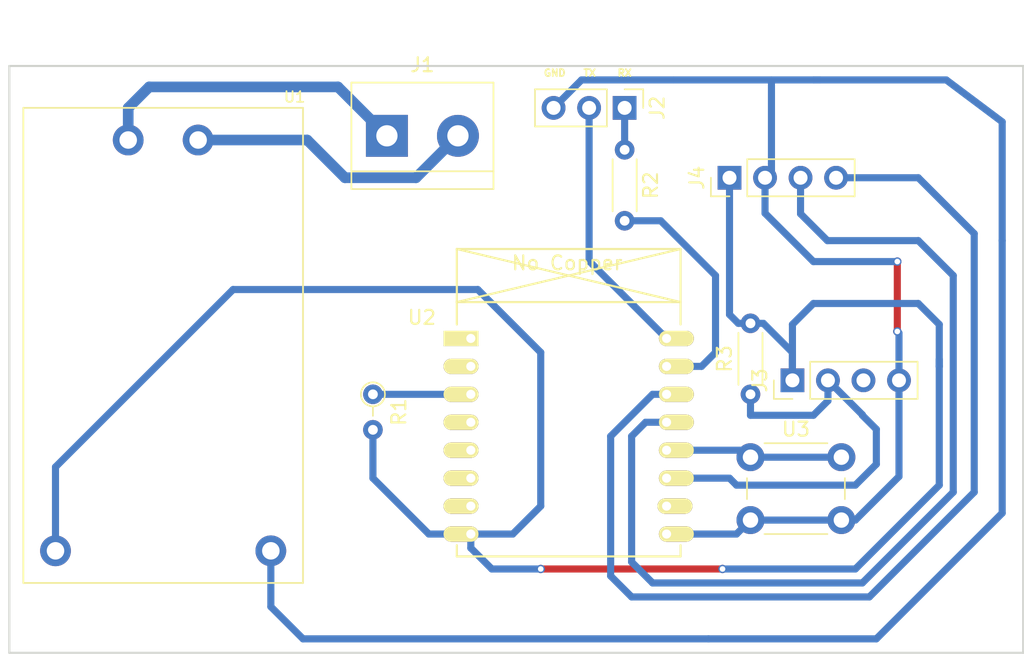
<source format=kicad_pcb>
(kicad_pcb (version 4) (host pcbnew 4.0.7-e2-6376~60~ubuntu17.10.1)

  (general
    (links 22)
    (no_connects 0)
    (area 153.7031 85.204761 227.075001 132.075001)
    (thickness 1.6)
    (drawings 7)
    (tracks 120)
    (zones 0)
    (modules 10)
    (nets 13)
  )

  (page A4)
  (layers
    (0 F.Cu signal)
    (31 B.Cu signal)
    (32 B.Adhes user)
    (33 F.Adhes user)
    (34 B.Paste user)
    (35 F.Paste user)
    (36 B.SilkS user)
    (37 F.SilkS user)
    (38 B.Mask user)
    (39 F.Mask user)
    (40 Dwgs.User user)
    (41 Cmts.User user)
    (42 Eco1.User user)
    (43 Eco2.User user)
    (44 Edge.Cuts user)
    (45 Margin user)
    (46 B.CrtYd user)
    (47 F.CrtYd user)
    (48 B.Fab user)
    (49 F.Fab user)
  )

  (setup
    (last_trace_width 0.508)
    (user_trace_width 0.3048)
    (user_trace_width 0.4064)
    (user_trace_width 0.508)
    (user_trace_width 0.6096)
    (user_trace_width 0.6604)
    (user_trace_width 0.762)
    (trace_clearance 0.2)
    (zone_clearance 0.508)
    (zone_45_only no)
    (trace_min 0.2)
    (segment_width 0.2)
    (edge_width 0.15)
    (via_size 0.6)
    (via_drill 0.4)
    (via_min_size 0.4)
    (via_min_drill 0.3)
    (uvia_size 0.3)
    (uvia_drill 0.1)
    (uvias_allowed no)
    (uvia_min_size 0)
    (uvia_min_drill 0)
    (pcb_text_width 0.3)
    (pcb_text_size 1.5 1.5)
    (mod_edge_width 0.15)
    (mod_text_size 1 1)
    (mod_text_width 0.15)
    (pad_size 1.524 1.524)
    (pad_drill 0.762)
    (pad_to_mask_clearance 0.2)
    (aux_axis_origin 0 0)
    (visible_elements FFFFFF7F)
    (pcbplotparams
      (layerselection 0x20020_80000001)
      (usegerberextensions false)
      (excludeedgelayer true)
      (linewidth 0.100000)
      (plotframeref false)
      (viasonmask false)
      (mode 1)
      (useauxorigin false)
      (hpglpennumber 1)
      (hpglpenspeed 20)
      (hpglpendiameter 15)
      (hpglpenoverlay 2)
      (psnegative false)
      (psa4output false)
      (plotreference true)
      (plotvalue true)
      (plotinvisibletext false)
      (padsonsilk false)
      (subtractmaskfromsilk false)
      (outputformat 5)
      (mirror false)
      (drillshape 1)
      (scaleselection 1)
      (outputdirectory SVGS/))
  )

  (net 0 "")
  (net 1 "Net-(J1-Pad1)")
  (net 2 "Net-(J1-Pad2)")
  (net 3 "Net-(R1-Pad1)")
  (net 4 "Net-(J2-Pad1)")
  (net 5 "Net-(J2-Pad2)")
  (net 6 GND)
  (net 7 "Net-(U2-Pad12)")
  (net 8 "Net-(R2-Pad2)")
  (net 9 "Net-(J3-Pad1)")
  (net 10 "Net-(J3-Pad2)")
  (net 11 SCL)
  (net 12 SDA)

  (net_class Default "This is the default net class."
    (clearance 0.2)
    (trace_width 0.25)
    (via_dia 0.6)
    (via_drill 0.4)
    (uvia_dia 0.3)
    (uvia_drill 0.1)
    (add_net GND)
    (add_net "Net-(J1-Pad1)")
    (add_net "Net-(J1-Pad2)")
    (add_net "Net-(J2-Pad1)")
    (add_net "Net-(J2-Pad2)")
    (add_net "Net-(J3-Pad1)")
    (add_net "Net-(J3-Pad2)")
    (add_net "Net-(R1-Pad1)")
    (add_net "Net-(R2-Pad2)")
    (add_net "Net-(U2-Pad12)")
    (add_net SCL)
    (add_net SDA)
  )

  (module Power_Supply:HLK-PM03 (layer F.Cu) (tedit 58C3763E) (tstamp 5A3E87FF)
    (at 165.5 110 270)
    (path /5A3E8488)
    (fp_text reference U1 (at -17.78 -9.398 360) (layer F.SilkS)
      (effects (font (size 0.762 0.762) (thickness 0.127)))
    )
    (fp_text value HLK-PM03 (at 0 11 270) (layer F.Fab)
      (effects (font (size 0.762 0.762) (thickness 0.127)))
    )
    (fp_line (start 17 10) (end 17 -10) (layer F.SilkS) (width 0.127))
    (fp_line (start -17 -10) (end -17 10) (layer F.SilkS) (width 0.127))
    (fp_line (start -17 10) (end 17 10) (layer F.SilkS) (width 0.127))
    (fp_line (start 17 -10) (end -17 -10) (layer F.SilkS) (width 0.127))
    (pad 1 thru_hole circle (at -14.7 -2.5 270) (size 2.2 2.2) (drill 1.25) (layers *.Cu *.Mask)
      (net 2 "Net-(J1-Pad2)"))
    (pad 2 thru_hole circle (at -14.7 2.5 270) (size 2.2 2.2) (drill 1.25) (layers *.Cu *.Mask)
      (net 1 "Net-(J1-Pad1)"))
    (pad 3 thru_hole circle (at 14.7 -7.7 270) (size 2.2 2.2) (drill 1.25) (layers *.Cu *.Mask)
      (net 6 GND))
    (pad 4 thru_hole circle (at 14.7 7.7 270) (size 2.2 2.2) (drill 1.25) (layers *.Cu *.Mask)
      (net 9 "Net-(J3-Pad1)"))
    (model C:/Engineering/KiCAD_Libraries/3D/Power_Supplies/AC_DC_Converters/VRML/HLK-PM01.wrl
      (at (xyz 0 0 0))
      (scale (xyz 1 1 1))
      (rotate (xyz 0 0 0))
    )
  )

  (module ESP8266:ESP-07v2 (layer F.Cu) (tedit 59068204) (tstamp 5A3E91E6)
    (at 187.5 109.5)
    (descr "Module, ESP-8266, ESP-07v2, 16 pad, SMD")
    (tags "Module ESP-8266 ESP8266")
    (path /5A3E9303)
    (fp_text reference U2 (at -3.5 -1.5) (layer F.SilkS)
      (effects (font (size 1 1) (thickness 0.15)))
    )
    (fp_text value ESP-07v2 (at 7.25 2.25) (layer F.Fab)
      (effects (font (size 1 1) (thickness 0.15)))
    )
    (fp_line (start -2.25 -0.5) (end -2.25 -6.65) (layer F.CrtYd) (width 0.05))
    (fp_line (start -2.25 -6.65) (end 16.25 -6.65) (layer F.CrtYd) (width 0.05))
    (fp_line (start 16.25 -6.65) (end 16.25 16) (layer F.CrtYd) (width 0.05))
    (fp_line (start 16.25 16) (end -2.25 16) (layer F.CrtYd) (width 0.05))
    (fp_line (start -2.25 16) (end -2.25 -0.5) (layer F.CrtYd) (width 0.05))
    (fp_line (start -1 -6.4) (end 15 -6.4) (layer F.SilkS) (width 0.1524))
    (fp_line (start 15 -6.4) (end 15 -1) (layer F.SilkS) (width 0.1524))
    (fp_line (start -1 -6.4) (end -1 -1) (layer F.SilkS) (width 0.1524))
    (fp_line (start -1 14.8) (end -1 15.6) (layer F.SilkS) (width 0.1524))
    (fp_line (start -1 15.6) (end 15 15.6) (layer F.SilkS) (width 0.1524))
    (fp_line (start 15 15.6) (end 15 14.8) (layer F.SilkS) (width 0.1524))
    (fp_line (start 15 -6.4) (end -1 -2.6) (layer F.SilkS) (width 0.1524))
    (fp_line (start -1 -6.4) (end 15 -2.6) (layer F.SilkS) (width 0.1524))
    (fp_text user "No Copper" (at 6.892 -5.4) (layer F.SilkS)
      (effects (font (size 1 1) (thickness 0.15)))
    )
    (fp_line (start -1.008 -2.6) (end 14.992 -2.6) (layer F.SilkS) (width 0.1524))
    (fp_line (start 15 -6.4) (end 15 15.6) (layer F.Fab) (width 0.05))
    (fp_line (start 15 15.6) (end -1 15.6) (layer F.Fab) (width 0.05))
    (fp_line (start -1.008 15.6) (end -1.008 -6.4) (layer F.Fab) (width 0.05))
    (fp_line (start -1 -6.4) (end 15 -6.4) (layer F.Fab) (width 0.05))
    (pad 1 thru_hole rect (at 0 0) (size 2.5 1.1) (drill 0.65 (offset -0.7 0)) (layers *.Cu *.Mask F.Paste F.SilkS))
    (pad 2 thru_hole oval (at 0 2) (size 2.5 1.1) (drill 0.65 (offset -0.7 0)) (layers *.Cu *.Mask F.Paste F.SilkS))
    (pad 3 thru_hole oval (at 0 4) (size 2.5 1.1) (drill 0.65 (offset -0.7 0)) (layers *.Cu *.Mask F.Paste F.SilkS)
      (net 3 "Net-(R1-Pad1)"))
    (pad 4 thru_hole oval (at 0 6) (size 2.5 1.1) (drill 0.65 (offset -0.7 0)) (layers *.Cu *.Mask F.Paste F.SilkS))
    (pad 5 thru_hole oval (at 0 8) (size 2.5 1.1) (drill 0.65 (offset -0.7 0)) (layers *.Cu *.Mask F.Paste F.SilkS))
    (pad 6 thru_hole oval (at 0 10) (size 2.5 1.1) (drill 0.65 (offset -0.7 0)) (layers *.Cu *.Mask F.Paste F.SilkS))
    (pad 7 thru_hole oval (at 0 12) (size 2.5 1.1) (drill 0.65 (offset -0.7 0)) (layers *.Cu *.Mask F.Paste F.SilkS))
    (pad 8 thru_hole oval (at 0 14) (size 2.5 1.1) (drill 0.65 (offset -0.7 0)) (layers *.Cu *.Mask F.Paste F.SilkS)
      (net 9 "Net-(J3-Pad1)"))
    (pad 9 thru_hole oval (at 14 14) (size 2.5 1.1) (drill 0.65 (offset 0.7 0)) (layers *.Cu *.Mask F.Paste F.SilkS)
      (net 6 GND))
    (pad 10 thru_hole oval (at 14 12) (size 2.5 1.1) (drill 0.65 (offset 0.6 0)) (layers *.Cu *.Mask F.Paste F.SilkS))
    (pad 11 thru_hole oval (at 14 10) (size 2.5 1.1) (drill 0.65 (offset 0.7 0)) (layers *.Cu *.Mask F.Paste F.SilkS))
    (pad 12 thru_hole oval (at 14 8) (size 2.5 1.1) (drill 0.65 (offset 0.7 0)) (layers *.Cu *.Mask F.Paste F.SilkS)
      (net 7 "Net-(U2-Pad12)"))
    (pad 13 thru_hole oval (at 14 6) (size 2.5 1.1) (drill 0.65 (offset 0.7 0)) (layers *.Cu *.Mask F.Paste F.SilkS)
      (net 11 SCL))
    (pad 14 thru_hole oval (at 14 4) (size 2.5 1.1) (drill 0.65 (offset 0.7 0)) (layers *.Cu *.Mask F.Paste F.SilkS)
      (net 12 SDA))
    (pad 15 thru_hole oval (at 14 2) (size 2.5 1.1) (drill 0.65 (offset 0.7 0)) (layers *.Cu *.Mask F.Paste F.SilkS)
      (net 8 "Net-(R2-Pad2)"))
    (pad 16 thru_hole oval (at 14 0) (size 2.5 1.1) (drill 0.65 (offset 0.7 0)) (layers *.Cu *.Mask F.Paste F.SilkS)
      (net 5 "Net-(J2-Pad2)"))
    (model ${ESPLIB}/ESP8266.3dshapes/ESP-07v2.wrl
      (at (xyz 0 0 0))
      (scale (xyz 0.3937 0.3937 0.3937))
      (rotate (xyz 0 0 0))
    )
  )

  (module Connectors_Terminal_Blocks:TerminalBlock_bornier-2_P5.08mm (layer F.Cu) (tedit 59FF03AB) (tstamp 5A3E941E)
    (at 181.5 95)
    (descr "simple 2-pin terminal block, pitch 5.08mm, revamped version of bornier2")
    (tags "terminal block bornier2")
    (path /5A3E8B13)
    (fp_text reference J1 (at 2.54 -5.08) (layer F.SilkS)
      (effects (font (size 1 1) (thickness 0.15)))
    )
    (fp_text value Conn_01x02_Female (at 2.54 5.08) (layer F.Fab)
      (effects (font (size 1 1) (thickness 0.15)))
    )
    (fp_text user %R (at 2.54 0) (layer F.Fab)
      (effects (font (size 1 1) (thickness 0.15)))
    )
    (fp_line (start -2.41 2.55) (end 7.49 2.55) (layer F.Fab) (width 0.1))
    (fp_line (start -2.46 -3.75) (end -2.46 3.75) (layer F.Fab) (width 0.1))
    (fp_line (start -2.46 3.75) (end 7.54 3.75) (layer F.Fab) (width 0.1))
    (fp_line (start 7.54 3.75) (end 7.54 -3.75) (layer F.Fab) (width 0.1))
    (fp_line (start 7.54 -3.75) (end -2.46 -3.75) (layer F.Fab) (width 0.1))
    (fp_line (start 7.62 2.54) (end -2.54 2.54) (layer F.SilkS) (width 0.12))
    (fp_line (start 7.62 3.81) (end 7.62 -3.81) (layer F.SilkS) (width 0.12))
    (fp_line (start 7.62 -3.81) (end -2.54 -3.81) (layer F.SilkS) (width 0.12))
    (fp_line (start -2.54 -3.81) (end -2.54 3.81) (layer F.SilkS) (width 0.12))
    (fp_line (start -2.54 3.81) (end 7.62 3.81) (layer F.SilkS) (width 0.12))
    (fp_line (start -2.71 -4) (end 7.79 -4) (layer F.CrtYd) (width 0.05))
    (fp_line (start -2.71 -4) (end -2.71 4) (layer F.CrtYd) (width 0.05))
    (fp_line (start 7.79 4) (end 7.79 -4) (layer F.CrtYd) (width 0.05))
    (fp_line (start 7.79 4) (end -2.71 4) (layer F.CrtYd) (width 0.05))
    (pad 1 thru_hole rect (at 0 0) (size 3 3) (drill 1.52) (layers *.Cu *.Mask)
      (net 1 "Net-(J1-Pad1)"))
    (pad 2 thru_hole circle (at 5.08 0) (size 3 3) (drill 1.52) (layers *.Cu *.Mask)
      (net 2 "Net-(J1-Pad2)"))
    (model ${KISYS3DMOD}/Terminal_Blocks.3dshapes/TerminalBlock_bornier-2_P5.08mm.wrl
      (at (xyz 0.1 0 0))
      (scale (xyz 1 1 1))
      (rotate (xyz 0 0 0))
    )
  )

  (module Socket_Strips:Socket_Strip_Straight_1x03_Pitch2.54mm (layer F.Cu) (tedit 58CD5446) (tstamp 5A3E95A5)
    (at 198.5 93 270)
    (descr "Through hole straight socket strip, 1x03, 2.54mm pitch, single row")
    (tags "Through hole socket strip THT 1x03 2.54mm single row")
    (path /5A3E9536)
    (fp_text reference J2 (at 0 -2.33 270) (layer F.SilkS)
      (effects (font (size 1 1) (thickness 0.15)))
    )
    (fp_text value Conn_01x03_Female (at 0 7.41 270) (layer F.Fab)
      (effects (font (size 1 1) (thickness 0.15)))
    )
    (fp_line (start -1.27 -1.27) (end -1.27 6.35) (layer F.Fab) (width 0.1))
    (fp_line (start -1.27 6.35) (end 1.27 6.35) (layer F.Fab) (width 0.1))
    (fp_line (start 1.27 6.35) (end 1.27 -1.27) (layer F.Fab) (width 0.1))
    (fp_line (start 1.27 -1.27) (end -1.27 -1.27) (layer F.Fab) (width 0.1))
    (fp_line (start -1.33 1.27) (end -1.33 6.41) (layer F.SilkS) (width 0.12))
    (fp_line (start -1.33 6.41) (end 1.33 6.41) (layer F.SilkS) (width 0.12))
    (fp_line (start 1.33 6.41) (end 1.33 1.27) (layer F.SilkS) (width 0.12))
    (fp_line (start 1.33 1.27) (end -1.33 1.27) (layer F.SilkS) (width 0.12))
    (fp_line (start -1.33 0) (end -1.33 -1.33) (layer F.SilkS) (width 0.12))
    (fp_line (start -1.33 -1.33) (end 0 -1.33) (layer F.SilkS) (width 0.12))
    (fp_line (start -1.8 -1.8) (end -1.8 6.85) (layer F.CrtYd) (width 0.05))
    (fp_line (start -1.8 6.85) (end 1.8 6.85) (layer F.CrtYd) (width 0.05))
    (fp_line (start 1.8 6.85) (end 1.8 -1.8) (layer F.CrtYd) (width 0.05))
    (fp_line (start 1.8 -1.8) (end -1.8 -1.8) (layer F.CrtYd) (width 0.05))
    (fp_text user %R (at 0 -2.33 270) (layer F.Fab)
      (effects (font (size 1 1) (thickness 0.15)))
    )
    (pad 1 thru_hole rect (at 0 0 270) (size 1.7 1.7) (drill 1) (layers *.Cu *.Mask)
      (net 4 "Net-(J2-Pad1)"))
    (pad 2 thru_hole oval (at 0 2.54 270) (size 1.7 1.7) (drill 1) (layers *.Cu *.Mask)
      (net 5 "Net-(J2-Pad2)"))
    (pad 3 thru_hole oval (at 0 5.08 270) (size 1.7 1.7) (drill 1) (layers *.Cu *.Mask)
      (net 6 GND))
    (model ${KISYS3DMOD}/Socket_Strips.3dshapes/Socket_Strip_Straight_1x03_Pitch2.54mm.wrl
      (at (xyz 0 -0.1 0))
      (scale (xyz 1 1 1))
      (rotate (xyz 0 0 270))
    )
  )

  (module Buttons_Switches_THT:SW_PUSH_6mm (layer F.Cu) (tedit 5923F252) (tstamp 5A3E9733)
    (at 207.5 118)
    (descr https://www.omron.com/ecb/products/pdf/en-b3f.pdf)
    (tags "tact sw push 6mm")
    (path /5A3E9900)
    (fp_text reference U3 (at 3.25 -2) (layer F.SilkS)
      (effects (font (size 1 1) (thickness 0.15)))
    )
    (fp_text value pulsador (at 3.75 6.7) (layer F.Fab)
      (effects (font (size 1 1) (thickness 0.15)))
    )
    (fp_text user %R (at 3.25 2.25) (layer F.Fab)
      (effects (font (size 1 1) (thickness 0.15)))
    )
    (fp_line (start 3.25 -0.75) (end 6.25 -0.75) (layer F.Fab) (width 0.1))
    (fp_line (start 6.25 -0.75) (end 6.25 5.25) (layer F.Fab) (width 0.1))
    (fp_line (start 6.25 5.25) (end 0.25 5.25) (layer F.Fab) (width 0.1))
    (fp_line (start 0.25 5.25) (end 0.25 -0.75) (layer F.Fab) (width 0.1))
    (fp_line (start 0.25 -0.75) (end 3.25 -0.75) (layer F.Fab) (width 0.1))
    (fp_line (start 7.75 6) (end 8 6) (layer F.CrtYd) (width 0.05))
    (fp_line (start 8 6) (end 8 5.75) (layer F.CrtYd) (width 0.05))
    (fp_line (start 7.75 -1.5) (end 8 -1.5) (layer F.CrtYd) (width 0.05))
    (fp_line (start 8 -1.5) (end 8 -1.25) (layer F.CrtYd) (width 0.05))
    (fp_line (start -1.5 -1.25) (end -1.5 -1.5) (layer F.CrtYd) (width 0.05))
    (fp_line (start -1.5 -1.5) (end -1.25 -1.5) (layer F.CrtYd) (width 0.05))
    (fp_line (start -1.5 5.75) (end -1.5 6) (layer F.CrtYd) (width 0.05))
    (fp_line (start -1.5 6) (end -1.25 6) (layer F.CrtYd) (width 0.05))
    (fp_line (start -1.25 -1.5) (end 7.75 -1.5) (layer F.CrtYd) (width 0.05))
    (fp_line (start -1.5 5.75) (end -1.5 -1.25) (layer F.CrtYd) (width 0.05))
    (fp_line (start 7.75 6) (end -1.25 6) (layer F.CrtYd) (width 0.05))
    (fp_line (start 8 -1.25) (end 8 5.75) (layer F.CrtYd) (width 0.05))
    (fp_line (start 1 5.5) (end 5.5 5.5) (layer F.SilkS) (width 0.12))
    (fp_line (start -0.25 1.5) (end -0.25 3) (layer F.SilkS) (width 0.12))
    (fp_line (start 5.5 -1) (end 1 -1) (layer F.SilkS) (width 0.12))
    (fp_line (start 6.75 3) (end 6.75 1.5) (layer F.SilkS) (width 0.12))
    (fp_circle (center 3.25 2.25) (end 1.25 2.5) (layer F.Fab) (width 0.1))
    (pad 2 thru_hole circle (at 0 4.5 90) (size 2 2) (drill 1.1) (layers *.Cu *.Mask)
      (net 6 GND))
    (pad 1 thru_hole circle (at 0 0 90) (size 2 2) (drill 1.1) (layers *.Cu *.Mask)
      (net 7 "Net-(U2-Pad12)"))
    (pad 2 thru_hole circle (at 6.5 4.5 90) (size 2 2) (drill 1.1) (layers *.Cu *.Mask)
      (net 6 GND))
    (pad 1 thru_hole circle (at 6.5 0 90) (size 2 2) (drill 1.1) (layers *.Cu *.Mask)
      (net 7 "Net-(U2-Pad12)"))
    (model ${KISYS3DMOD}/Buttons_Switches_THT.3dshapes/SW_PUSH_6mm.wrl
      (at (xyz 0.005 0 0))
      (scale (xyz 0.3937 0.3937 0.3937))
      (rotate (xyz 0 0 0))
    )
  )

  (module Resistors_THT:R_Axial_DIN0204_L3.6mm_D1.6mm_P2.54mm_Vertical (layer F.Cu) (tedit 5874F706) (tstamp 5A3E9434)
    (at 180.5 113.5 270)
    (descr "Resistor, Axial_DIN0204 series, Axial, Vertical, pin pitch=2.54mm, 0.16666666666666666W = 1/6W, length*diameter=3.6*1.6mm^2, http://cdn-reichelt.de/documents/datenblatt/B400/1_4W%23YAG.pdf")
    (tags "Resistor Axial_DIN0204 series Axial Vertical pin pitch 2.54mm 0.16666666666666666W = 1/6W length 3.6mm diameter 1.6mm")
    (path /5A3E9174)
    (fp_text reference R1 (at 1.27 -1.86 270) (layer F.SilkS)
      (effects (font (size 1 1) (thickness 0.15)))
    )
    (fp_text value 10K (at 1.27 1.86 270) (layer F.Fab)
      (effects (font (size 1 1) (thickness 0.15)))
    )
    (fp_circle (center 0 0) (end 0.8 0) (layer F.Fab) (width 0.1))
    (fp_circle (center 0 0) (end 0.86 0) (layer F.SilkS) (width 0.12))
    (fp_line (start 0 0) (end 2.54 0) (layer F.Fab) (width 0.1))
    (fp_line (start 0.86 0) (end 1.54 0) (layer F.SilkS) (width 0.12))
    (fp_line (start -1.15 -1.15) (end -1.15 1.15) (layer F.CrtYd) (width 0.05))
    (fp_line (start -1.15 1.15) (end 3.55 1.15) (layer F.CrtYd) (width 0.05))
    (fp_line (start 3.55 1.15) (end 3.55 -1.15) (layer F.CrtYd) (width 0.05))
    (fp_line (start 3.55 -1.15) (end -1.15 -1.15) (layer F.CrtYd) (width 0.05))
    (pad 1 thru_hole circle (at 0 0 270) (size 1.4 1.4) (drill 0.7) (layers *.Cu *.Mask)
      (net 3 "Net-(R1-Pad1)"))
    (pad 2 thru_hole oval (at 2.54 0 270) (size 1.4 1.4) (drill 0.7) (layers *.Cu *.Mask)
      (net 9 "Net-(J3-Pad1)"))
    (model ${KISYS3DMOD}/Resistors_THT.3dshapes/R_Axial_DIN0204_L3.6mm_D1.6mm_P2.54mm_Vertical.wrl
      (at (xyz 0 0 0))
      (scale (xyz 0.393701 0.393701 0.393701))
      (rotate (xyz 0 0 0))
    )
  )

  (module Resistors_THT:R_Axial_DIN0204_L3.6mm_D1.6mm_P5.08mm_Horizontal (layer F.Cu) (tedit 5874F706) (tstamp 5A3E9B9C)
    (at 198.5 96 270)
    (descr "Resistor, Axial_DIN0204 series, Axial, Horizontal, pin pitch=5.08mm, 0.16666666666666666W = 1/6W, length*diameter=3.6*1.6mm^2, http://cdn-reichelt.de/documents/datenblatt/B400/1_4W%23YAG.pdf")
    (tags "Resistor Axial_DIN0204 series Axial Horizontal pin pitch 5.08mm 0.16666666666666666W = 1/6W length 3.6mm diameter 1.6mm")
    (path /5A3E9C05)
    (fp_text reference R2 (at 2.54 -1.86 270) (layer F.SilkS)
      (effects (font (size 1 1) (thickness 0.15)))
    )
    (fp_text value 180 (at 2.54 1.86 270) (layer F.Fab)
      (effects (font (size 1 1) (thickness 0.15)))
    )
    (fp_line (start 0.74 -0.8) (end 0.74 0.8) (layer F.Fab) (width 0.1))
    (fp_line (start 0.74 0.8) (end 4.34 0.8) (layer F.Fab) (width 0.1))
    (fp_line (start 4.34 0.8) (end 4.34 -0.8) (layer F.Fab) (width 0.1))
    (fp_line (start 4.34 -0.8) (end 0.74 -0.8) (layer F.Fab) (width 0.1))
    (fp_line (start 0 0) (end 0.74 0) (layer F.Fab) (width 0.1))
    (fp_line (start 5.08 0) (end 4.34 0) (layer F.Fab) (width 0.1))
    (fp_line (start 0.68 -0.86) (end 4.4 -0.86) (layer F.SilkS) (width 0.12))
    (fp_line (start 0.68 0.86) (end 4.4 0.86) (layer F.SilkS) (width 0.12))
    (fp_line (start -0.95 -1.15) (end -0.95 1.15) (layer F.CrtYd) (width 0.05))
    (fp_line (start -0.95 1.15) (end 6.05 1.15) (layer F.CrtYd) (width 0.05))
    (fp_line (start 6.05 1.15) (end 6.05 -1.15) (layer F.CrtYd) (width 0.05))
    (fp_line (start 6.05 -1.15) (end -0.95 -1.15) (layer F.CrtYd) (width 0.05))
    (pad 1 thru_hole circle (at 0 0 270) (size 1.4 1.4) (drill 0.7) (layers *.Cu *.Mask)
      (net 4 "Net-(J2-Pad1)"))
    (pad 2 thru_hole oval (at 5.08 0 270) (size 1.4 1.4) (drill 0.7) (layers *.Cu *.Mask)
      (net 8 "Net-(R2-Pad2)"))
    (model ${KISYS3DMOD}/Resistors_THT.3dshapes/R_Axial_DIN0204_L3.6mm_D1.6mm_P5.08mm_Horizontal.wrl
      (at (xyz 0 0 0))
      (scale (xyz 0.393701 0.393701 0.393701))
      (rotate (xyz 0 0 0))
    )
  )

  (module Socket_Strips:Socket_Strip_Straight_1x04_Pitch2.54mm (layer F.Cu) (tedit 58CD5446) (tstamp 5A3E9CD8)
    (at 210.5 112.5 90)
    (descr "Through hole straight socket strip, 1x04, 2.54mm pitch, single row")
    (tags "Through hole socket strip THT 1x04 2.54mm single row")
    (path /5A3E9E45)
    (fp_text reference J3 (at 0 -2.33 90) (layer F.SilkS)
      (effects (font (size 1 1) (thickness 0.15)))
    )
    (fp_text value Conn_01x04_Female (at 0 9.95 90) (layer F.Fab)
      (effects (font (size 1 1) (thickness 0.15)))
    )
    (fp_line (start -1.27 -1.27) (end -1.27 8.89) (layer F.Fab) (width 0.1))
    (fp_line (start -1.27 8.89) (end 1.27 8.89) (layer F.Fab) (width 0.1))
    (fp_line (start 1.27 8.89) (end 1.27 -1.27) (layer F.Fab) (width 0.1))
    (fp_line (start 1.27 -1.27) (end -1.27 -1.27) (layer F.Fab) (width 0.1))
    (fp_line (start -1.33 1.27) (end -1.33 8.95) (layer F.SilkS) (width 0.12))
    (fp_line (start -1.33 8.95) (end 1.33 8.95) (layer F.SilkS) (width 0.12))
    (fp_line (start 1.33 8.95) (end 1.33 1.27) (layer F.SilkS) (width 0.12))
    (fp_line (start 1.33 1.27) (end -1.33 1.27) (layer F.SilkS) (width 0.12))
    (fp_line (start -1.33 0) (end -1.33 -1.33) (layer F.SilkS) (width 0.12))
    (fp_line (start -1.33 -1.33) (end 0 -1.33) (layer F.SilkS) (width 0.12))
    (fp_line (start -1.8 -1.8) (end -1.8 9.4) (layer F.CrtYd) (width 0.05))
    (fp_line (start -1.8 9.4) (end 1.8 9.4) (layer F.CrtYd) (width 0.05))
    (fp_line (start 1.8 9.4) (end 1.8 -1.8) (layer F.CrtYd) (width 0.05))
    (fp_line (start 1.8 -1.8) (end -1.8 -1.8) (layer F.CrtYd) (width 0.05))
    (fp_text user %R (at 0 -2.33 90) (layer F.Fab)
      (effects (font (size 1 1) (thickness 0.15)))
    )
    (pad 1 thru_hole rect (at 0 0 90) (size 1.7 1.7) (drill 1) (layers *.Cu *.Mask)
      (net 9 "Net-(J3-Pad1)"))
    (pad 2 thru_hole oval (at 0 2.54 90) (size 1.7 1.7) (drill 1) (layers *.Cu *.Mask)
      (net 10 "Net-(J3-Pad2)"))
    (pad 3 thru_hole oval (at 0 5.08 90) (size 1.7 1.7) (drill 1) (layers *.Cu *.Mask))
    (pad 4 thru_hole oval (at 0 7.62 90) (size 1.7 1.7) (drill 1) (layers *.Cu *.Mask)
      (net 6 GND))
    (model ${KISYS3DMOD}/Socket_Strips.3dshapes/Socket_Strip_Straight_1x04_Pitch2.54mm.wrl
      (at (xyz 0 -0.15 0))
      (scale (xyz 1 1 1))
      (rotate (xyz 0 0 270))
    )
  )

  (module Resistors_THT:R_Axial_DIN0204_L3.6mm_D1.6mm_P5.08mm_Horizontal (layer F.Cu) (tedit 5874F706) (tstamp 5A3E9F86)
    (at 207.5 113.5 90)
    (descr "Resistor, Axial_DIN0204 series, Axial, Horizontal, pin pitch=5.08mm, 0.16666666666666666W = 1/6W, length*diameter=3.6*1.6mm^2, http://cdn-reichelt.de/documents/datenblatt/B400/1_4W%23YAG.pdf")
    (tags "Resistor Axial_DIN0204 series Axial Horizontal pin pitch 5.08mm 0.16666666666666666W = 1/6W length 3.6mm diameter 1.6mm")
    (path /5A3EA258)
    (fp_text reference R3 (at 2.54 -1.86 90) (layer F.SilkS)
      (effects (font (size 1 1) (thickness 0.15)))
    )
    (fp_text value 4K7 (at 2.54 1.86 90) (layer F.Fab)
      (effects (font (size 1 1) (thickness 0.15)))
    )
    (fp_line (start 0.74 -0.8) (end 0.74 0.8) (layer F.Fab) (width 0.1))
    (fp_line (start 0.74 0.8) (end 4.34 0.8) (layer F.Fab) (width 0.1))
    (fp_line (start 4.34 0.8) (end 4.34 -0.8) (layer F.Fab) (width 0.1))
    (fp_line (start 4.34 -0.8) (end 0.74 -0.8) (layer F.Fab) (width 0.1))
    (fp_line (start 0 0) (end 0.74 0) (layer F.Fab) (width 0.1))
    (fp_line (start 5.08 0) (end 4.34 0) (layer F.Fab) (width 0.1))
    (fp_line (start 0.68 -0.86) (end 4.4 -0.86) (layer F.SilkS) (width 0.12))
    (fp_line (start 0.68 0.86) (end 4.4 0.86) (layer F.SilkS) (width 0.12))
    (fp_line (start -0.95 -1.15) (end -0.95 1.15) (layer F.CrtYd) (width 0.05))
    (fp_line (start -0.95 1.15) (end 6.05 1.15) (layer F.CrtYd) (width 0.05))
    (fp_line (start 6.05 1.15) (end 6.05 -1.15) (layer F.CrtYd) (width 0.05))
    (fp_line (start 6.05 -1.15) (end -0.95 -1.15) (layer F.CrtYd) (width 0.05))
    (pad 1 thru_hole circle (at 0 0 90) (size 1.4 1.4) (drill 0.7) (layers *.Cu *.Mask)
      (net 10 "Net-(J3-Pad2)"))
    (pad 2 thru_hole oval (at 5.08 0 90) (size 1.4 1.4) (drill 0.7) (layers *.Cu *.Mask)
      (net 9 "Net-(J3-Pad1)"))
    (model ${KISYS3DMOD}/Resistors_THT.3dshapes/R_Axial_DIN0204_L3.6mm_D1.6mm_P5.08mm_Horizontal.wrl
      (at (xyz 0 0 0))
      (scale (xyz 0.393701 0.393701 0.393701))
      (rotate (xyz 0 0 0))
    )
  )

  (module Socket_Strips:Socket_Strip_Straight_1x04_Pitch2.54mm (layer F.Cu) (tedit 58CD5446) (tstamp 5A3ECB69)
    (at 206 98 90)
    (descr "Through hole straight socket strip, 1x04, 2.54mm pitch, single row")
    (tags "Through hole socket strip THT 1x04 2.54mm single row")
    (path /5A3ECF05)
    (fp_text reference J4 (at 0 -2.33 90) (layer F.SilkS)
      (effects (font (size 1 1) (thickness 0.15)))
    )
    (fp_text value Conn_01x04_Female (at 0 9.95 90) (layer F.Fab)
      (effects (font (size 1 1) (thickness 0.15)))
    )
    (fp_line (start -1.27 -1.27) (end -1.27 8.89) (layer F.Fab) (width 0.1))
    (fp_line (start -1.27 8.89) (end 1.27 8.89) (layer F.Fab) (width 0.1))
    (fp_line (start 1.27 8.89) (end 1.27 -1.27) (layer F.Fab) (width 0.1))
    (fp_line (start 1.27 -1.27) (end -1.27 -1.27) (layer F.Fab) (width 0.1))
    (fp_line (start -1.33 1.27) (end -1.33 8.95) (layer F.SilkS) (width 0.12))
    (fp_line (start -1.33 8.95) (end 1.33 8.95) (layer F.SilkS) (width 0.12))
    (fp_line (start 1.33 8.95) (end 1.33 1.27) (layer F.SilkS) (width 0.12))
    (fp_line (start 1.33 1.27) (end -1.33 1.27) (layer F.SilkS) (width 0.12))
    (fp_line (start -1.33 0) (end -1.33 -1.33) (layer F.SilkS) (width 0.12))
    (fp_line (start -1.33 -1.33) (end 0 -1.33) (layer F.SilkS) (width 0.12))
    (fp_line (start -1.8 -1.8) (end -1.8 9.4) (layer F.CrtYd) (width 0.05))
    (fp_line (start -1.8 9.4) (end 1.8 9.4) (layer F.CrtYd) (width 0.05))
    (fp_line (start 1.8 9.4) (end 1.8 -1.8) (layer F.CrtYd) (width 0.05))
    (fp_line (start 1.8 -1.8) (end -1.8 -1.8) (layer F.CrtYd) (width 0.05))
    (fp_text user %R (at 0 -2.33 90) (layer F.Fab)
      (effects (font (size 1 1) (thickness 0.15)))
    )
    (pad 1 thru_hole rect (at 0 0 90) (size 1.7 1.7) (drill 1) (layers *.Cu *.Mask)
      (net 9 "Net-(J3-Pad1)"))
    (pad 2 thru_hole oval (at 0 2.54 90) (size 1.7 1.7) (drill 1) (layers *.Cu *.Mask)
      (net 6 GND))
    (pad 3 thru_hole oval (at 0 5.08 90) (size 1.7 1.7) (drill 1) (layers *.Cu *.Mask)
      (net 11 SCL))
    (pad 4 thru_hole oval (at 0 7.62 90) (size 1.7 1.7) (drill 1) (layers *.Cu *.Mask)
      (net 12 SDA))
    (model ${KISYS3DMOD}/Socket_Strips.3dshapes/Socket_Strip_Straight_1x04_Pitch2.54mm.wrl
      (at (xyz 0 -0.15 0))
      (scale (xyz 1 1 1))
      (rotate (xyz 0 0 270))
    )
  )

  (gr_text RX (at 198.5 90.5) (layer F.SilkS)
    (effects (font (size 0.5 0.5) (thickness 0.125)))
  )
  (gr_text TX (at 196 90.5) (layer F.SilkS)
    (effects (font (size 0.5 0.5) (thickness 0.125)))
  )
  (gr_text GND (at 193.5 90.5) (layer F.SilkS)
    (effects (font (size 0.5 0.5) (thickness 0.125)))
  )
  (gr_line (start 154.5 132) (end 154.5 90) (angle 90) (layer Edge.Cuts) (width 0.15))
  (gr_line (start 227 132) (end 154.5 132) (angle 90) (layer Edge.Cuts) (width 0.15))
  (gr_line (start 227 90) (end 227 132) (angle 90) (layer Edge.Cuts) (width 0.15))
  (gr_line (start 154.5 90) (end 227 90) (angle 90) (layer Edge.Cuts) (width 0.15))

  (segment (start 163 95.3) (end 163 93) (width 0.762) (layer B.Cu) (net 1))
  (segment (start 178 91.5) (end 181.5 95) (width 0.762) (layer B.Cu) (net 1) (tstamp 5A3E94EE))
  (segment (start 164.5 91.5) (end 178 91.5) (width 0.762) (layer B.Cu) (net 1) (tstamp 5A3E94ED))
  (segment (start 163 93) (end 164.5 91.5) (width 0.762) (layer B.Cu) (net 1) (tstamp 5A3E94EC))
  (segment (start 168 95.3) (end 175.8 95.3) (width 0.762) (layer B.Cu) (net 2))
  (segment (start 183.58 98) (end 186.58 95) (width 0.762) (layer B.Cu) (net 2) (tstamp 5A3E94F4))
  (segment (start 178.5 98) (end 183.58 98) (width 0.762) (layer B.Cu) (net 2) (tstamp 5A3E94F3))
  (segment (start 175.8 95.3) (end 178.5 98) (width 0.762) (layer B.Cu) (net 2) (tstamp 5A3E94F2))
  (segment (start 180.5 113.5) (end 187.5 113.5) (width 0.508) (layer B.Cu) (net 3))
  (segment (start 198.5 93) (end 198.5 96) (width 0.508) (layer B.Cu) (net 4))
  (segment (start 195.96 93) (end 195.96 103.96) (width 0.508) (layer B.Cu) (net 5))
  (segment (start 195.96 103.96) (end 201.5 109.5) (width 0.508) (layer B.Cu) (net 5) (tstamp 5A3E964B))
  (segment (start 208.54 98) (end 208.54 100.54) (width 0.508) (layer B.Cu) (net 6) (status 400000))
  (segment (start 218.12 109.12) (end 218.12 112.5) (width 0.508) (layer B.Cu) (net 6) (tstamp 5A3ECD75) (status 800000))
  (segment (start 218 109) (end 218.12 109.12) (width 0.508) (layer B.Cu) (net 6) (tstamp 5A3ECD74))
  (via (at 218 109) (size 0.6) (drill 0.4) (layers F.Cu B.Cu) (net 6))
  (segment (start 218 104) (end 218 109) (width 0.508) (layer F.Cu) (net 6) (tstamp 5A3ECD71))
  (via (at 218 104) (size 0.6) (drill 0.4) (layers F.Cu B.Cu) (net 6))
  (segment (start 212 104) (end 218 104) (width 0.508) (layer B.Cu) (net 6) (tstamp 5A3ECD6B))
  (segment (start 208.54 100.54) (end 212 104) (width 0.508) (layer B.Cu) (net 6) (tstamp 5A3ECD67))
  (segment (start 209 97) (end 209 97.54) (width 0.508) (layer B.Cu) (net 6))
  (segment (start 209 97.54) (end 208.54 98) (width 0.508) (layer B.Cu) (net 6) (tstamp 5A3ECC2F))
  (segment (start 209 91) (end 209 97) (width 0.508) (layer B.Cu) (net 6))
  (segment (start 209 97.54) (end 208.54 98) (width 0.508) (layer B.Cu) (net 6) (tstamp 5A3ECC24))
  (segment (start 225.5 102.5) (end 225.5 94) (width 0.508) (layer B.Cu) (net 6))
  (segment (start 225.5 94) (end 221.5 91) (width 0.508) (layer B.Cu) (net 6) (tstamp 5A3ECC19))
  (segment (start 221.5 91) (end 212 91) (width 0.508) (layer B.Cu) (net 6) (tstamp 5A3ECC1B))
  (segment (start 225.5 122) (end 225.5 102.5) (width 0.508) (layer B.Cu) (net 6) (tstamp 5A3EC72F))
  (segment (start 216.5 131) (end 225.5 122) (width 0.508) (layer B.Cu) (net 6) (tstamp 5A3EC72D))
  (segment (start 204.5 131) (end 216.5 131) (width 0.508) (layer B.Cu) (net 6) (tstamp 5A3ECC35))
  (segment (start 173.2 128.7) (end 175.5 131) (width 0.508) (layer B.Cu) (net 6) (tstamp 5A3EC722))
  (segment (start 173.2 124.7) (end 173.2 128.7) (width 0.508) (layer B.Cu) (net 6))
  (segment (start 175.5 131) (end 204.5 131) (width 0.508) (layer B.Cu) (net 6) (tstamp 5A3EC726))
  (segment (start 195.42 91) (end 193.42 93) (width 0.508) (layer B.Cu) (net 6) (tstamp 5A3EC742))
  (segment (start 212.5 91) (end 212 91) (width 0.508) (layer B.Cu) (net 6) (tstamp 5A3EC739))
  (segment (start 212 91) (end 209 91) (width 0.508) (layer B.Cu) (net 6) (tstamp 5A3ECC1F))
  (segment (start 209 91) (end 202 91) (width 0.508) (layer B.Cu) (net 6) (tstamp 5A3ECC22))
  (segment (start 202 91) (end 195.42 91) (width 0.508) (layer B.Cu) (net 6) (tstamp 5A3ECC10))
  (segment (start 218.12 112.5) (end 218.12 119.38) (width 0.508) (layer B.Cu) (net 6))
  (segment (start 218.12 119.38) (end 215 122.5) (width 0.508) (layer B.Cu) (net 6) (tstamp 5A3E9D8F))
  (segment (start 215 122.5) (end 214 122.5) (width 0.508) (layer B.Cu) (net 6) (tstamp 5A3E9D92))
  (segment (start 207.5 122.5) (end 214 122.5) (width 0.508) (layer B.Cu) (net 6))
  (segment (start 201.5 123.5) (end 206.5 123.5) (width 0.508) (layer B.Cu) (net 6))
  (segment (start 206.5 123.5) (end 207.5 122.5) (width 0.508) (layer B.Cu) (net 6) (tstamp 5A3E9757))
  (segment (start 207.5 118) (end 214 118) (width 0.508) (layer B.Cu) (net 7))
  (segment (start 201.5 117.5) (end 207 117.5) (width 0.508) (layer B.Cu) (net 7))
  (segment (start 207 117.5) (end 207.5 118) (width 0.508) (layer B.Cu) (net 7) (tstamp 5A3E9754))
  (segment (start 198.5 101.08) (end 201.08 101.08) (width 0.508) (layer B.Cu) (net 8))
  (segment (start 204 111.5) (end 201.5 111.5) (width 0.508) (layer B.Cu) (net 8) (tstamp 5A3EC7E5))
  (segment (start 205 110.5) (end 204 111.5) (width 0.508) (layer B.Cu) (net 8) (tstamp 5A3EC7E3))
  (segment (start 205 105) (end 205 110.5) (width 0.508) (layer B.Cu) (net 8) (tstamp 5A3EC7DE))
  (segment (start 201.08 101.08) (end 205 105) (width 0.508) (layer B.Cu) (net 8) (tstamp 5A3EC7DA))
  (segment (start 210.5 112.5) (end 210.5 108.5) (width 0.508) (layer B.Cu) (net 9) (status 400000))
  (segment (start 221 108.5) (end 221 111.5) (width 0.508) (layer B.Cu) (net 9) (tstamp 5A3ECD5D))
  (segment (start 219.5 107) (end 221 108.5) (width 0.508) (layer B.Cu) (net 9) (tstamp 5A3ECD5B))
  (segment (start 212 107) (end 219.5 107) (width 0.508) (layer B.Cu) (net 9) (tstamp 5A3ECD59))
  (segment (start 210.5 108.5) (end 212 107) (width 0.508) (layer B.Cu) (net 9) (tstamp 5A3ECD53))
  (segment (start 207.5 108.42) (end 206.628002 108.42) (width 0.508) (layer B.Cu) (net 9) (status 400000))
  (segment (start 206 107.791998) (end 206 107.5) (width 0.508) (layer B.Cu) (net 9) (tstamp 5A3ECC91))
  (segment (start 206.628002 108.42) (end 206 107.791998) (width 0.508) (layer B.Cu) (net 9) (tstamp 5A3ECC90))
  (segment (start 207.5 108.42) (end 208.42 108.42) (width 0.508) (layer B.Cu) (net 9) (status 400000))
  (segment (start 210.5 110.5) (end 210.5 112.5) (width 0.508) (layer B.Cu) (net 9) (tstamp 5A3ECC8D) (status 800000))
  (segment (start 208.42 108.42) (end 210.5 110.5) (width 0.508) (layer B.Cu) (net 9) (tstamp 5A3ECC8C))
  (segment (start 206 107.5) (end 206 98) (width 0.508) (layer B.Cu) (net 9) (tstamp 5A3ECC94))
  (segment (start 210.5 112.5) (end 210.5 111) (width 0.508) (layer B.Cu) (net 9))
  (segment (start 187.5 124.5) (end 187.5 123.5) (width 0.508) (layer B.Cu) (net 9) (tstamp 5A3E9E17))
  (segment (start 221 111.5) (end 221 120) (width 0.508) (layer B.Cu) (net 9) (tstamp 5A3ECD61))
  (segment (start 221 120) (end 215 126) (width 0.508) (layer B.Cu) (net 9) (tstamp 5A3E9E02))
  (segment (start 215 126) (end 205.5 126) (width 0.508) (layer B.Cu) (net 9) (tstamp 5A3E9E07))
  (via (at 205.5 126) (size 0.6) (drill 0.4) (layers F.Cu B.Cu) (net 9))
  (segment (start 205.5 126) (end 192.5 126) (width 0.508) (layer F.Cu) (net 9) (tstamp 5A3E9E0D))
  (via (at 192.5 126) (size 0.6) (drill 0.4) (layers F.Cu B.Cu) (net 9))
  (segment (start 192.5 126) (end 189 126) (width 0.508) (layer B.Cu) (net 9) (tstamp 5A3E9E13))
  (segment (start 189 126) (end 187.5 124.5) (width 0.508) (layer B.Cu) (net 9) (tstamp 5A3E9E14))
  (segment (start 221 111) (end 221 111.5) (width 0.508) (layer B.Cu) (net 9) (tstamp 5A3E9DFF))
  (segment (start 180.5 116.04) (end 180.5 119.5) (width 0.508) (layer B.Cu) (net 9))
  (segment (start 184.5 123.5) (end 187.5 123.5) (width 0.508) (layer B.Cu) (net 9) (tstamp 5A3E9B42))
  (segment (start 180.5 119.5) (end 184.5 123.5) (width 0.508) (layer B.Cu) (net 9) (tstamp 5A3E9B40))
  (segment (start 187.34 123.66) (end 187.5 123.5) (width 0.508) (layer B.Cu) (net 9) (tstamp 5A3E950F))
  (segment (start 157.8 124.7) (end 157.8 118.7) (width 0.508) (layer B.Cu) (net 9))
  (segment (start 190.5 123.5) (end 187.5 123.5) (width 0.508) (layer B.Cu) (net 9) (tstamp 5A3E9503))
  (segment (start 192.5 121.5) (end 190.5 123.5) (width 0.508) (layer B.Cu) (net 9) (tstamp 5A3E9502))
  (segment (start 192.5 110.5) (end 192.5 121.5) (width 0.508) (layer B.Cu) (net 9) (tstamp 5A3E9500))
  (segment (start 188 106) (end 192.5 110.5) (width 0.508) (layer B.Cu) (net 9) (tstamp 5A3E94FE))
  (segment (start 170.5 106) (end 188 106) (width 0.508) (layer B.Cu) (net 9) (tstamp 5A3E94FC))
  (segment (start 157.8 118.7) (end 170.5 106) (width 0.508) (layer B.Cu) (net 9) (tstamp 5A3E94FA))
  (segment (start 207.5 108.5) (end 207.5 108) (width 0.508) (layer B.Cu) (net 9))
  (segment (start 207.5 113.58) (end 207.08 113.58) (width 0.508) (layer B.Cu) (net 10))
  (segment (start 207.5 113.58) (end 207.5 115) (width 0.508) (layer B.Cu) (net 10))
  (segment (start 207.5 115) (end 212 115) (width 0.508) (layer B.Cu) (net 10))
  (segment (start 212 115) (end 213.04 113.96) (width 0.508) (layer B.Cu) (net 10) (tstamp 5A3EC61D))
  (segment (start 213.04 113.96) (end 213.04 112.5) (width 0.508) (layer B.Cu) (net 10) (tstamp 5A3EC620))
  (segment (start 215.5 115) (end 215.5 114.96) (width 0.508) (layer B.Cu) (net 10))
  (segment (start 206 119.5) (end 206.5 120) (width 0.508) (layer B.Cu) (net 10) (tstamp 5A3EC59D))
  (segment (start 206.5 120) (end 215 120) (width 0.508) (layer B.Cu) (net 10) (tstamp 5A3EC5A3))
  (segment (start 215 120) (end 216.5 118.5) (width 0.508) (layer B.Cu) (net 10) (tstamp 5A3EC5A8))
  (segment (start 216.5 118.5) (end 216.5 116) (width 0.508) (layer B.Cu) (net 10) (tstamp 5A3EC5AA))
  (segment (start 216.5 116) (end 215.5 115) (width 0.508) (layer B.Cu) (net 10) (tstamp 5A3EC5AC))
  (segment (start 201.5 119.5) (end 206 119.5) (width 0.508) (layer B.Cu) (net 10))
  (segment (start 215.5 114.96) (end 213.04 112.5) (width 0.508) (layer B.Cu) (net 10) (tstamp 5A3EC601))
  (segment (start 222 120.5) (end 222 105) (width 0.508) (layer B.Cu) (net 11))
  (segment (start 200 115.5) (end 199 116.5) (width 0.508) (layer B.Cu) (net 11) (tstamp 5A3ECD9E))
  (segment (start 199 116.5) (end 199 125.5) (width 0.508) (layer B.Cu) (net 11) (tstamp 5A3ECDA3))
  (segment (start 199 125.5) (end 200.5 127) (width 0.508) (layer B.Cu) (net 11) (tstamp 5A3ECDA7))
  (segment (start 200.5 127) (end 215.5 127) (width 0.508) (layer B.Cu) (net 11) (tstamp 5A3ECDA8))
  (segment (start 215.5 127) (end 222 120.5) (width 0.508) (layer B.Cu) (net 11) (tstamp 5A3ECDAB))
  (segment (start 201.5 115.5) (end 200 115.5) (width 0.508) (layer B.Cu) (net 11) (status 400000))
  (segment (start 211.08 100.58) (end 211.08 98) (width 0.508) (layer B.Cu) (net 11) (tstamp 5A3ECDF3) (status 800000))
  (segment (start 213 102.5) (end 211.08 100.58) (width 0.508) (layer B.Cu) (net 11) (tstamp 5A3ECDF2))
  (segment (start 219.5 102.5) (end 213 102.5) (width 0.508) (layer B.Cu) (net 11) (tstamp 5A3ECDF0))
  (segment (start 222 105) (end 219.5 102.5) (width 0.508) (layer B.Cu) (net 11) (tstamp 5A3ECDEC))
  (segment (start 201.5 113.5) (end 200.5 113.5) (width 0.508) (layer B.Cu) (net 12) (status 400000))
  (segment (start 219.5 98) (end 213.62 98) (width 0.508) (layer B.Cu) (net 12) (tstamp 5A3ECE1F) (status 800000))
  (segment (start 223.5 102) (end 219.5 98) (width 0.508) (layer B.Cu) (net 12) (tstamp 5A3ECE1D))
  (segment (start 223.5 120.5) (end 223.5 102) (width 0.508) (layer B.Cu) (net 12) (tstamp 5A3ECE13))
  (segment (start 216 128) (end 223.5 120.5) (width 0.508) (layer B.Cu) (net 12) (tstamp 5A3ECE0F))
  (segment (start 199 128) (end 216 128) (width 0.508) (layer B.Cu) (net 12) (tstamp 5A3ECE0E))
  (segment (start 197.5 126.5) (end 199 128) (width 0.508) (layer B.Cu) (net 12) (tstamp 5A3ECE0C))
  (segment (start 197.5 116.5) (end 197.5 126.5) (width 0.508) (layer B.Cu) (net 12) (tstamp 5A3ECE0A))
  (segment (start 200.5 113.5) (end 197.5 116.5) (width 0.508) (layer B.Cu) (net 12) (tstamp 5A3ECE07))

)

</source>
